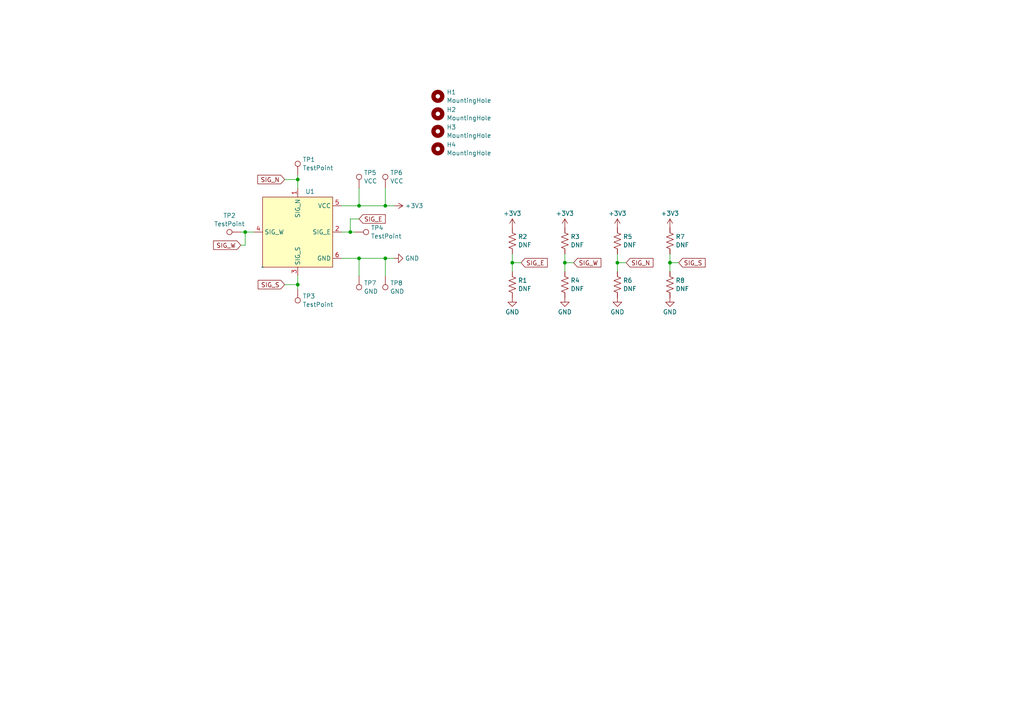
<source format=kicad_sch>
(kicad_sch (version 20230121) (generator eeschema)
  (paper "A4")
  (lib_symbols
    (symbol "Connector:TestPoint" (pin_numbers hide) (pin_names (offset 0.762) hide)
      (property "Reference" "TP" (at 0 6.858 0))
      (property "Value" "TestPoint" (at 0 5.08 0))
      (symbol "TestPoint_0_1"
        (circle (center 0 3.302) (radius 0.762))
      )
      (symbol "TestPoint_1_1"
        (pin passive line (at 0 0 90) (length 2.54) (name "1") (number "1"))
      )
    )
    (symbol "Device:R_US" (pin_numbers hide) (pin_names (offset 0))
      (property "Reference" "R" (at 2.54 0 90))
      (property "Value" "R_US" (at -2.54 0 90))
      (symbol "R_US_0_1"
        (polyline (pts (xy 0 -2.286) (xy 0 -2.54)))
        (polyline (pts (xy 0 2.286) (xy 0 2.54)))
        (polyline (pts (xy 0 -0.762) (xy 1.016 -1.143) (xy 0 -1.524) (xy -1.016 -1.905) (xy 0 -2.286)))
        (polyline (pts (xy 0 0.762) (xy 1.016 0.381) (xy 0 0) (xy -1.016 -0.381) (xy 0 -0.762)))
        (polyline (pts (xy 0 2.286) (xy 1.016 1.905) (xy 0 1.524) (xy -1.016 1.143) (xy 0 0.762)))
      )
      (symbol "R_US_1_1"
        (pin passive line (at 0 3.81 270) (length 1.27) (name "~") (number "1"))
        (pin passive line (at 0 -3.81 90) (length 1.27) (name "~") (number "2"))
      )
    )
    (symbol "Mechanical:MountingHole" (pin_names (offset 1.016))
      (property "Reference" "H" (at 0 5.08 0))
      (property "Value" "MountingHole" (at 0 3.175 0))
      (symbol "MountingHole_0_1"
        (circle (center 0 0) (radius 1.27) (stroke (width 1.27)))
      )
    )
    (symbol "connectors:3x3conn"
      (property "Reference" "U" (at 19.05 21.59 0))
      (symbol "3x3conn_1_1"
        (rectangle (start 0 20.32) (end 20.32 0) (fill (type background)))
        (pin input line (at 10.16 22.86 270) (length 2.54) (name "SIG_N") (number "1"))
        (pin input line (at 22.86 10.16 180) (length 2.54) (name "SIG_E") (number "2"))
        (pin input line (at 10.16 -2.54 90) (length 2.54) (name "SIG_S") (number "3"))
        (pin input line (at -2.54 10.16 0) (length 2.54) (name "SIG_W") (number "4"))
        (pin input line (at 22.86 17.78 180) (length 2.54) (name "VCC") (number "5"))
        (pin input line (at 22.86 2.54 180) (length 2.54) (name "GND") (number "6"))
      )
    )
    (symbol "power:+3V3" (power) (pin_names (offset 0))
      (property "Value" "+3V3" (at 0 3.556 0))
      (symbol "+3V3_0_1"
        (polyline (pts (xy -0.762 1.27) (xy 0 2.54)))
        (polyline (pts (xy 0 0) (xy 0 2.54)))
        (polyline (pts (xy 0 2.54) (xy 0.762 1.27)))
      )
      (symbol "+3V3_1_1"
        (pin power_in line (at 0 0 90) (length 0) hide (name "+3V3") (number "1"))
      )
    )
    (symbol "power:GND" (power) (pin_names (offset 0))
      (property "Value" "GND" (at 0 -3.81 0))
      (symbol "GND_0_1"
        (polyline (pts (xy 0 0) (xy 0 -1.27) (xy 1.27 -1.27) (xy 0 -2.54) (xy -1.27 -1.27) (xy 0 -1.27)))
      )
      (symbol "GND_1_1"
        (pin power_in line (at 0 0 270) (length 0) hide (name "GND") (number "1"))
      )
    )
  )
  (junction (at 86.36 52.07))
  (junction (at 163.83 76.2))
  (junction (at 104.14 59.69))
  (junction (at 194.31 76.2))
  (junction (at 179.07 76.2))
  (junction (at 111.76 74.93))
  (junction (at 101.6 67.31))
  (junction (at 148.59 76.2))
  (junction (at 104.14 74.93))
  (junction (at 86.36 82.55))
  (junction (at 111.76 59.69))
  (junction (at 71.12 67.31))
  (wire (pts (xy 104.14 54.61) (xy 104.14 59.69)))
  (wire (pts (xy 86.36 52.07) (xy 86.36 54.61)))
  (wire (pts (xy 86.36 50.8) (xy 86.36 52.07)))
  (wire (pts (xy 71.12 67.31) (xy 71.12 71.12)))
  (wire (pts (xy 104.14 59.69) (xy 99.06 59.69)))
  (wire (pts (xy 181.61 76.2) (xy 179.07 76.2)))
  (wire (pts (xy 71.12 67.31) (xy 73.66 67.31)))
  (wire (pts (xy 151.13 76.2) (xy 148.59 76.2)))
  (wire (pts (xy 194.31 73.66) (xy 194.31 76.2)))
  (wire (pts (xy 148.59 73.66) (xy 148.59 76.2)))
  (wire (pts (xy 86.36 82.55) (xy 86.36 83.82)))
  (wire (pts (xy 82.55 52.07) (xy 86.36 52.07)))
  (wire (pts (xy 86.36 80.01) (xy 86.36 82.55)))
  (wire (pts (xy 148.59 76.2) (xy 148.59 78.74)))
  (wire (pts (xy 69.85 67.31) (xy 71.12 67.31)))
  (wire (pts (xy 163.83 73.66) (xy 163.83 76.2)))
  (wire (pts (xy 179.07 76.2) (xy 179.07 78.74)))
  (wire (pts (xy 166.37 76.2) (xy 163.83 76.2)))
  (wire (pts (xy 111.76 74.93) (xy 104.14 74.93)))
  (wire (pts (xy 101.6 63.5) (xy 101.6 67.31)))
  (wire (pts (xy 194.31 76.2) (xy 194.31 78.74)))
  (wire (pts (xy 99.06 67.31) (xy 101.6 67.31)))
  (wire (pts (xy 111.76 54.61) (xy 111.76 59.69)))
  (wire (pts (xy 69.85 71.12) (xy 71.12 71.12)))
  (wire (pts (xy 163.83 76.2) (xy 163.83 78.74)))
  (wire (pts (xy 104.14 74.93) (xy 99.06 74.93)))
  (wire (pts (xy 179.07 73.66) (xy 179.07 76.2)))
  (wire (pts (xy 111.76 59.69) (xy 114.3 59.69)))
  (wire (pts (xy 111.76 80.01) (xy 111.76 74.93)))
  (wire (pts (xy 101.6 67.31) (xy 102.87 67.31)))
  (wire (pts (xy 104.14 80.01) (xy 104.14 74.93)))
  (wire (pts (xy 196.85 76.2) (xy 194.31 76.2)))
  (wire (pts (xy 82.55 82.55) (xy 86.36 82.55)))
  (wire (pts (xy 104.14 63.5) (xy 101.6 63.5)))
  (wire (pts (xy 111.76 74.93) (xy 114.3 74.93)))
  (wire (pts (xy 111.76 59.69) (xy 104.14 59.69)))
  (global_label "SIG_S" (shape input) (at 82.55 82.55 180) (property "Intersheetrefs" "${INTERSHEET_REFS}" (effects hide)))
  (global_label "SIG_E" (shape input) (at 104.14 63.5 0) (property "Intersheetrefs" "${INTERSHEET_REFS}" (effects hide)))
  (global_label "SIG_N" (shape input) (at 82.55 52.07 180) (property "Intersheetrefs" "${INTERSHEET_REFS}" (effects hide)))
  (global_label "SIG_E" (shape input) (at 151.13 76.2 0) (property "Intersheetrefs" "${INTERSHEET_REFS}" (effects hide)))
  (global_label "SIG_W" (shape input) (at 69.85 71.12 180) (property "Intersheetrefs" "${INTERSHEET_REFS}" (effects hide)))
  (global_label "SIG_S" (shape input) (at 196.85 76.2 0) (property "Intersheetrefs" "${INTERSHEET_REFS}" (effects hide)))
  (global_label "SIG_N" (shape input) (at 181.61 76.2 0) (property "Intersheetrefs" "${INTERSHEET_REFS}" (effects hide)))
  (global_label "SIG_W" (shape input) (at 166.37 76.2 0) (property "Intersheetrefs" "${INTERSHEET_REFS}" (effects hide)))
  (symbol (lib_id "power:+3V3") (at 148.59 66.04 0) (unit 1)
    (property "Reference" "#PWR03" (effects hide))
    (property "Value" "+3V3" (at 148.59 61.9069 0))
  )
  (symbol (lib_id "Connector:TestPoint") (at 102.87 67.31 270) (unit 1)
    (property "Reference" "TP4" (at 107.569 66.0979 90) (effects (justify left)))
    (property "Value" "TestPoint" (at 107.569 68.5221 90) (effects (justify left)))
    (property "Footprint" "TestPoint:TestPoint_THTPad_2.5x2.5mm_Drill1.2mm" (effects hide))
  )
  (symbol (lib_id "Connector:TestPoint") (at 69.85 67.31 90) (unit 1)
    (property "Reference" "TP2" (at 66.548 62.5307 90))
    (property "Value" "TestPoint" (at 66.548 64.9549 90))
    (property "Footprint" "TestPoint:TestPoint_THTPad_2.5x2.5mm_Drill1.2mm" (effects hide))
  )
  (symbol (lib_id "Mechanical:MountingHole") (at 127 33.02 0) (unit 1)
    (property "Reference" "H2" (at 129.54 31.8079 0) (effects (justify left)))
    (property "Value" "MountingHole" (at 129.54 34.2321 0) (effects (justify left)))
    (property "Footprint" "MountingHole:MountingHole_3.2mm_M3" (effects hide))
  )
  (symbol (lib_id "Connector:TestPoint") (at 104.14 54.61 0) (unit 1)
    (property "Reference" "TP5" (at 105.537 50.0959 0) (effects (justify left)))
    (property "Value" "VCC" (at 105.537 52.5201 0) (effects (justify left)))
    (property "Footprint" "TestPoint:TestPoint_THTPad_2.5x2.5mm_Drill1.2mm" (effects hide))
  )
  (symbol (lib_id "connectors:3x3conn") (at 76.2 77.47 0) (unit 1)
    (property "Reference" "U1" (at 88.5541 55.5569 0) (effects (justify left)))
    (property "Value" "~" (at 76.2 77.47 0))
    (property "Footprint" "connectors:3x3conn" (effects hide))
  )
  (symbol (lib_id "power:+3V3") (at 194.31 66.04 0) (unit 1)
    (property "Reference" "#PWR09" (effects hide))
    (property "Value" "+3V3" (at 194.31 61.9069 0))
  )
  (symbol (lib_id "Connector:TestPoint") (at 111.76 54.61 0) (unit 1)
    (property "Reference" "TP6" (at 113.157 50.0959 0) (effects (justify left)))
    (property "Value" "VCC" (at 113.157 52.5201 0) (effects (justify left)))
    (property "Footprint" "TestPoint:TestPoint_THTPad_2.5x2.5mm_Drill1.2mm" (effects hide))
  )
  (symbol (lib_id "Device:R_US") (at 163.83 69.85 180) (unit 1)
    (property "Reference" "R3" (at 165.481 68.6379 0) (effects (justify right)))
    (property "Value" "DNF" (at 165.481 71.0621 0) (effects (justify right)))
    (property "Footprint" "Resistor_SMD:R_0805_2012Metric_Pad1.20x1.40mm_HandSolder" (effects hide))
  )
  (symbol (lib_id "Connector:TestPoint") (at 86.36 83.82 180) (unit 1)
    (property "Reference" "TP3" (at 87.757 85.9099 0) (effects (justify right)))
    (property "Value" "TestPoint" (at 87.757 88.3341 0) (effects (justify right)))
    (property "Footprint" "TestPoint:TestPoint_THTPad_2.5x2.5mm_Drill1.2mm" (effects hide))
  )
  (symbol (lib_id "power:GND") (at 179.07 86.36 0) (unit 1)
    (property "Reference" "#PWR08" (effects hide))
    (property "Value" "GND" (at 179.07 90.4931 0))
  )
  (symbol (lib_id "Mechanical:MountingHole") (at 127 27.94 0) (unit 1)
    (property "Reference" "H1" (at 129.54 26.7279 0) (effects (justify left)))
    (property "Value" "MountingHole" (at 129.54 29.1521 0) (effects (justify left)))
    (property "Footprint" "MountingHole:MountingHole_3.2mm_M3" (effects hide))
  )
  (symbol (lib_id "Connector:TestPoint") (at 86.36 50.8 0) (unit 1)
    (property "Reference" "TP1" (at 87.757 46.2859 0) (effects (justify left)))
    (property "Value" "TestPoint" (at 87.757 48.7101 0) (effects (justify left)))
    (property "Footprint" "TestPoint:TestPoint_THTPad_2.5x2.5mm_Drill1.2mm" (effects hide))
  )
  (symbol (lib_id "power:+3V3") (at 163.83 66.04 0) (unit 1)
    (property "Reference" "#PWR05" (effects hide))
    (property "Value" "+3V3" (at 163.83 61.9069 0))
  )
  (symbol (lib_id "Device:R_US") (at 194.31 69.85 180) (unit 1)
    (property "Reference" "R7" (at 195.961 68.6379 0) (effects (justify right)))
    (property "Value" "DNF" (at 195.961 71.0621 0) (effects (justify right)))
    (property "Footprint" "Resistor_SMD:R_0805_2012Metric_Pad1.20x1.40mm_HandSolder" (effects hide))
  )
  (symbol (lib_id "power:+3V3") (at 114.3 59.69 270) (unit 1)
    (property "Reference" "#PWR02" (effects hide))
    (property "Value" "+3V3" (at 117.475 59.69 90) (effects (justify left)))
  )
  (symbol (lib_id "power:GND") (at 194.31 86.36 0) (unit 1)
    (property "Reference" "#PWR010" (effects hide))
    (property "Value" "GND" (at 194.31 90.4931 0))
  )
  (symbol (lib_id "Device:R_US") (at 179.07 82.55 180) (unit 1)
    (property "Reference" "R6" (at 180.721 81.3379 0) (effects (justify right)))
    (property "Value" "DNF" (at 180.721 83.7621 0) (effects (justify right)))
    (property "Footprint" "Resistor_SMD:R_0805_2012Metric_Pad1.20x1.40mm_HandSolder" (effects hide))
  )
  (symbol (lib_id "Device:R_US") (at 148.59 82.55 180) (unit 1)
    (property "Reference" "R1" (at 150.241 81.3379 0) (effects (justify right)))
    (property "Value" "DNF" (at 150.241 83.7621 0) (effects (justify right)))
    (property "Footprint" "Resistor_SMD:R_0805_2012Metric_Pad1.20x1.40mm_HandSolder" (effects hide))
  )
  (symbol (lib_id "power:+3V3") (at 179.07 66.04 0) (unit 1)
    (property "Reference" "#PWR07" (effects hide))
    (property "Value" "+3V3" (at 179.07 61.9069 0))
  )
  (symbol (lib_id "Mechanical:MountingHole") (at 127 43.18 0) (unit 1)
    (property "Reference" "H4" (at 129.54 41.9679 0) (effects (justify left)))
    (property "Value" "MountingHole" (at 129.54 44.3921 0) (effects (justify left)))
    (property "Footprint" "MountingHole:MountingHole_3.2mm_M3" (effects hide))
  )
  (symbol (lib_id "Mechanical:MountingHole") (at 127 38.1 0) (unit 1)
    (property "Reference" "H3" (at 129.54 36.8879 0) (effects (justify left)))
    (property "Value" "MountingHole" (at 129.54 39.3121 0) (effects (justify left)))
    (property "Footprint" "MountingHole:MountingHole_3.2mm_M3" (effects hide))
  )
  (symbol (lib_id "Connector:TestPoint") (at 111.76 80.01 180) (unit 1)
    (property "Reference" "TP8" (at 113.157 82.0999 0) (effects (justify right)))
    (property "Value" "GND" (at 113.157 84.5241 0) (effects (justify right)))
    (property "Footprint" "TestPoint:TestPoint_THTPad_2.5x2.5mm_Drill1.2mm" (effects hide))
  )
  (symbol (lib_id "Device:R_US") (at 163.83 82.55 180) (unit 1)
    (property "Reference" "R4" (at 165.481 81.3379 0) (effects (justify right)))
    (property "Value" "DNF" (at 165.481 83.7621 0) (effects (justify right)))
    (property "Footprint" "Resistor_SMD:R_0805_2012Metric_Pad1.20x1.40mm_HandSolder" (effects hide))
  )
  (symbol (lib_id "Connector:TestPoint") (at 104.14 80.01 180) (unit 1)
    (property "Reference" "TP7" (at 105.537 82.0999 0) (effects (justify right)))
    (property "Value" "GND" (at 105.537 84.5241 0) (effects (justify right)))
    (property "Footprint" "TestPoint:TestPoint_THTPad_2.5x2.5mm_Drill1.2mm" (effects hide))
  )
  (symbol (lib_id "Device:R_US") (at 148.59 69.85 180) (unit 1)
    (property "Reference" "R2" (at 150.241 68.6379 0) (effects (justify right)))
    (property "Value" "DNF" (at 150.241 71.0621 0) (effects (justify right)))
    (property "Footprint" "Resistor_SMD:R_0805_2012Metric_Pad1.20x1.40mm_HandSolder" (effects hide))
  )
  (symbol (lib_id "Device:R_US") (at 179.07 69.85 180) (unit 1)
    (property "Reference" "R5" (at 180.721 68.6379 0) (effects (justify right)))
    (property "Value" "DNF" (at 180.721 71.0621 0) (effects (justify right)))
    (property "Footprint" "Resistor_SMD:R_0805_2012Metric_Pad1.20x1.40mm_HandSolder" (effects hide))
  )
  (symbol (lib_id "power:GND") (at 148.59 86.36 0) (unit 1)
    (property "Reference" "#PWR04" (effects hide))
    (property "Value" "GND" (at 148.59 90.4931 0))
  )
  (symbol (lib_id "Device:R_US") (at 194.31 82.55 180) (unit 1)
    (property "Reference" "R8" (at 195.961 81.3379 0) (effects (justify right)))
    (property "Value" "DNF" (at 195.961 83.7621 0) (effects (justify right)))
    (property "Footprint" "Resistor_SMD:R_0805_2012Metric_Pad1.20x1.40mm_HandSolder" (effects hide))
  )
  (symbol (lib_id "power:GND") (at 114.3 74.93 90) (unit 1)
    (property "Reference" "#PWR01" (effects hide))
    (property "Value" "GND" (at 117.475 74.93 90) (effects (justify right)))
  )
  (symbol (lib_id "power:GND") (at 163.83 86.36 0) (unit 1)
    (property "Reference" "#PWR06" (effects hide))
    (property "Value" "GND" (at 163.83 90.4931 0))
  )
)
</source>
